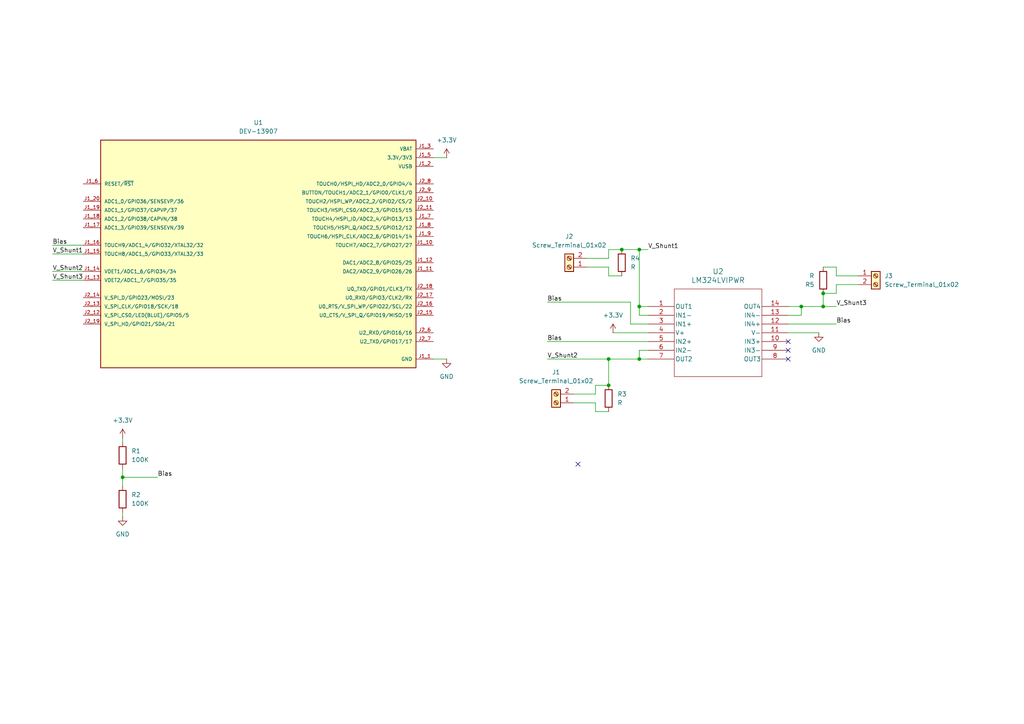
<source format=kicad_sch>
(kicad_sch (version 20250114) (generator "eeschema") (generator_version "9.0")
  (paper "A4")
  (lib_symbols
    (symbol "2025-11-18_02-52-05:LM324LVIPWR" (pin_names (offset 0.254))
      (property "Reference" "U" (at 20.32 10.16 0))
      (property "Value" "LM324LVIPWR" (at 20.32 7.62 0))
      (symbol "LM324LVIPWR_0_1"
        (polyline (pts (xy 7.62 5.08) (xy 7.62 -20.32)) (stroke (width 0.127)))
        (polyline (pts (xy 7.62 -20.32) (xy 33.02 -20.32)) (stroke (width 0.127)))
        (polyline (pts (xy 33.02 5.08) (xy 7.62 5.08)) (stroke (width 0.127)))
        (polyline (pts (xy 33.02 -20.32) (xy 33.02 5.08)) (stroke (width 0.127)))
        (pin output line (at 0 0 0) (length 7.62) (name "OUT1") (number "1"))
        (pin input line (at 0 -2.54 0) (length 7.62) (name "IN1-") (number "2"))
        (pin input line (at 0 -5.08 0) (length 7.62) (name "IN1+") (number "3"))
        (pin power_in line (at 0 -7.62 0) (length 7.62) (name "V+") (number "4"))
        (pin input line (at 0 -10.16 0) (length 7.62) (name "IN2+") (number "5"))
        (pin input line (at 0 -12.7 0) (length 7.62) (name "IN2-") (number "6"))
        (pin output line (at 0 -15.24 0) (length 7.62) (name "OUT2") (number "7"))
        (pin output line (at 40.64 0 180) (length 7.62) (name "OUT4") (number "14"))
        (pin input line (at 40.64 -2.54 180) (length 7.62) (name "IN4-") (number "13"))
        (pin input line (at 40.64 -5.08 180) (length 7.62) (name "IN4+") (number "12"))
        (pin power_in line (at 40.64 -7.62 180) (length 7.62) (name "V-") (number "11"))
        (pin input line (at 40.64 -10.16 180) (length 7.62) (name "IN3+") (number "10"))
        (pin input line (at 40.64 -12.7 180) (length 7.62) (name "IN3-") (number "9"))
        (pin output line (at 40.64 -15.24 180) (length 7.62) (name "OUT3") (number "8"))
      )
    )
    (symbol "Connector:Screw_Terminal_01x02" (pin_names (offset 1.016) (hide yes))
      (property "Reference" "J" (at 0 2.54 0))
      (property "Value" "Screw_Terminal_01x02" (at 0 -5.08 0))
      (symbol "Screw_Terminal_01x02_1_1"
        (rectangle (start -1.27 1.27) (end 1.27 -3.81) (stroke (width 0.254)) (fill (type background)))
        (polyline (pts (xy -0.5334 0.3302) (xy 0.3302 -0.508)) (stroke (width 0.1524)))
        (polyline (pts (xy -0.5334 -2.2098) (xy 0.3302 -3.048)) (stroke (width 0.1524)))
        (polyline (pts (xy -0.3556 0.508) (xy 0.508 -0.3302)) (stroke (width 0.1524)))
        (polyline (pts (xy -0.3556 -2.032) (xy 0.508 -2.8702)) (stroke (width 0.1524)))
        (circle (center 0 0) (radius 0.635) (stroke (width 0.1524)))
        (circle (center 0 -2.54) (radius 0.635) (stroke (width 0.1524)))
        (pin passive line (at -5.08 0 0) (length 3.81) (name "Pin_1") (number "1"))
        (pin passive line (at -5.08 -2.54 0) (length 3.81) (name "Pin_2") (number "2"))
      )
    )
    (symbol "DEV-13907:DEV-13907" (pin_names (offset 1.016))
      (property "Reference" "U" (at -45.72 33.782 0))
      (property "Value" "DEV-13907" (at -45.72 -35.56 0))
      (symbol "DEV-13907_0_0"
        (rectangle (start -45.72 -33.02) (end 45.72 33.02) (stroke (width 0.254)) (fill (type background)))
        (pin input line (at -50.8 20.32 0) (length 5.08) (name "RESET/~{RST}") (number "J1_6"))
        (pin bidirectional line (at -50.8 15.24 0) (length 5.08) (name "ADC1_0/GPIO36/SENSEVP/36") (number "J1_20"))
        (pin bidirectional line (at -50.8 12.7 0) (length 5.08) (name "ADC1_1/GPIO37/CAPVP/37") (number "J1_19"))
        (pin bidirectional line (at -50.8 10.16 0) (length 5.08) (name "ADC1_2/GPIO38/CAPVN/38") (number "J1_18"))
        (pin bidirectional line (at -50.8 7.62 0) (length 5.08) (name "ADC1_3/GPIO39/SENSEVN/39") (number "J1_17"))
        (pin bidirectional line (at -50.8 2.54 0) (length 5.08) (name "TOUCH9/ADC1_4/GPIO32/XTAL32/32") (number "J1_16"))
        (pin bidirectional line (at -50.8 0 0) (length 5.08) (name "TOUCH8/ADC1_5/GPIO33/XTAL32/33") (number "J1_15"))
        (pin bidirectional line (at -50.8 -5.08 0) (length 5.08) (name "VDET1/ADC1_6/GPIO34/34") (number "J1_14"))
        (pin bidirectional line (at -50.8 -7.62 0) (length 5.08) (name "VDET2/ADC1_7/GPIO35/35") (number "J1_13"))
        (pin bidirectional line (at -50.8 -12.7 0) (length 5.08) (name "V_SPI_D/GPIO23/MOSI/23") (number "J2_14"))
        (pin bidirectional line (at -50.8 -15.24 0) (length 5.08) (name "V_SPI_CLK/GPIO18/SCK/18") (number "J2_13"))
        (pin bidirectional line (at -50.8 -17.78 0) (length 5.08) (name "V_SPI_CS0/LED(BLUE)/GPIO5/5") (number "J2_12"))
        (pin bidirectional line (at -50.8 -20.32 0) (length 5.08) (name "V_SPI_HD/GPIO21/SDA/21") (number "J2_19"))
        (pin power_in line (at 50.8 30.48 180) (length 5.08) (name "VBAT") (number "J1_3"))
        (pin power_in line (at 50.8 30.48 180) (length 5.08) (hide yes) (name "VBAT") (number "J2_3"))
        (pin power_in line (at 50.8 27.94 180) (length 5.08) (name "3.3V/3V3") (number "J1_5"))
        (pin power_in line (at 50.8 27.94 180) (length 5.08) (hide yes) (name "3.3V/3V3") (number "J2_5"))
        (pin power_in line (at 50.8 25.4 180) (length 5.08) (name "VUSB") (number "J1_2"))
        (pin power_in line (at 50.8 25.4 180) (length 5.08) (hide yes) (name "VUSB") (number "J2_2"))
        (pin bidirectional line (at 50.8 20.32 180) (length 5.08) (name "TOUCH0/HSPI_HD/ADC2_0/GPIO4/4") (number "J2_8"))
        (pin bidirectional line (at 50.8 17.78 180) (length 5.08) (name "BUTTON/TOUCH1/ADC2_1/GPIO0/CLK1/0") (number "J2_9"))
        (pin bidirectional line (at 50.8 15.24 180) (length 5.08) (name "TOUCH2/HSPI_WP/ADC2_2/GPIO2/CS/2") (number "J2_10"))
        (pin bidirectional line (at 50.8 12.7 180) (length 5.08) (name "TOUCH3/HSPI_CS0/ADC2_3/GPIO15/15") (number "J2_11"))
        (pin bidirectional line (at 50.8 10.16 180) (length 5.08) (name "TOUCH4/HSPI_ID/ADC2_4/GPIO13/13") (number "J1_7"))
        (pin bidirectional line (at 50.8 7.62 180) (length 5.08) (name "TOUCH5/HSPI_Q/ADC2_5/GPIO12/12") (number "J1_8"))
        (pin bidirectional line (at 50.8 5.08 180) (length 5.08) (name "TOUCH6/HSPI_CLK/ADC2_6/GPIO14/14") (number "J1_9"))
        (pin bidirectional line (at 50.8 2.54 180) (length 5.08) (name "TOUCH7/ADC2_7/GPIO27/27") (number "J1_10"))
        (pin bidirectional line (at 50.8 -2.54 180) (length 5.08) (name "DAC1/ADC2_8/GPIO25/25") (number "J1_12"))
        (pin bidirectional line (at 50.8 -5.08 180) (length 5.08) (name "DAC2/ADC2_9/GPIO26/26") (number "J1_11"))
        (pin bidirectional line (at 50.8 -10.16 180) (length 5.08) (name "U0_TXD/GPIO1/CLK3/TX") (number "J2_18"))
        (pin bidirectional line (at 50.8 -12.7 180) (length 5.08) (name "U0_RXD/GPIO3/CLK2/RX") (number "J2_17"))
        (pin bidirectional line (at 50.8 -15.24 180) (length 5.08) (name "U0_RTS/V_SPI_WP/GPIO22/SCL/22") (number "J2_16"))
        (pin bidirectional line (at 50.8 -17.78 180) (length 5.08) (name "U0_CTS/V_SPI_Q/GPIO19/MISO/19") (number "J2_15"))
        (pin bidirectional line (at 50.8 -22.86 180) (length 5.08) (name "U2_RXD/GPIO16/16") (number "J2_6"))
        (pin bidirectional line (at 50.8 -25.4 180) (length 5.08) (name "U2_TXD/GPIO17/17") (number "J2_7"))
        (pin power_in line (at 50.8 -30.48 180) (length 5.08) (name "GND") (number "J1_1"))
        (pin power_in line (at 50.8 -30.48 180) (length 5.08) (hide yes) (name "GND") (number "J1_4"))
        (pin power_in line (at 50.8 -30.48 180) (length 5.08) (hide yes) (name "GND") (number "J2_1"))
        (pin power_in line (at 50.8 -30.48 180) (length 5.08) (hide yes) (name "GND") (number "J2_20"))
        (pin power_in line (at 50.8 -30.48 180) (length 5.08) (hide yes) (name "GND") (number "J2_4"))
      )
    )
    (symbol "Device:R" (pin_numbers (hide yes)) (pin_names (offset 0))
      (property "Reference" "R" (at 2.032 0 90))
      (property "Value" "R" (at 0 0 90))
      (symbol "R_0_1"
        (rectangle (start -1.016 -2.54) (end 1.016 2.54) (stroke (width 0.254)))
      )
      (symbol "R_1_1"
        (pin passive line (at 0 3.81 270) (length 1.27) (name "~") (number "1"))
        (pin passive line (at 0 -3.81 90) (length 1.27) (name "~") (number "2"))
      )
    )
    (symbol "power:+3.3V" (power) (pin_numbers (hide yes)) (pin_names (offset 0) (hide yes))
      (property "Value" "+3.3V" (at 0 3.556 0))
      (symbol "+3.3V_0_1"
        (polyline (pts (xy -0.762 1.27) (xy 0 2.54)))
        (polyline (pts (xy 0 2.54) (xy 0.762 1.27)))
        (polyline (pts (xy 0 0) (xy 0 2.54)))
      )
      (symbol "+3.3V_1_1"
        (pin power_in line (at 0 0 90) (length 0) (name "~") (number "1"))
      )
    )
    (symbol "power:GND" (power) (pin_numbers (hide yes)) (pin_names (offset 0) (hide yes))
      (property "Value" "GND" (at 0 -3.81 0))
      (symbol "GND_0_1"
        (polyline (pts (xy 0 0) (xy 0 -1.27) (xy 1.27 -1.27) (xy 0 -2.54) (xy -1.27 -1.27) (xy 0 -1.27)))
      )
      (symbol "GND_1_1"
        (pin power_in line (at 0 0 270) (length 0) (name "~") (number "1"))
      )
    )
  )
  (junction (at 35.56 138.43))
  (junction (at 176.53 104.14))
  (junction (at 238.76 85.09))
  (junction (at 180.34 72.39))
  (junction (at 185.42 72.39))
  (junction (at 185.42 104.14))
  (junction (at 232.41 88.9))
  (junction (at 238.76 88.9))
  (junction (at 176.53 111.76))
  (junction (at 185.42 88.9))
  (no_connect (at 228.6 101.6))
  (no_connect (at 167.64 134.62))
  (no_connect (at 228.6 99.06))
  (no_connect (at 228.6 104.14))
  (wire (pts (xy 125.73 45.72) (xy 129.54 45.72)))
  (wire (pts (xy 182.88 87.63) (xy 182.88 93.98)))
  (wire (pts (xy 176.53 77.47) (xy 176.53 80.01)))
  (wire (pts (xy 125.73 104.14) (xy 129.54 104.14)))
  (wire (pts (xy 15.24 78.74) (xy 24.13 78.74)))
  (wire (pts (xy 185.42 101.6) (xy 185.42 104.14)))
  (wire (pts (xy 185.42 104.14) (xy 187.96 104.14)))
  (wire (pts (xy 177.8 96.52) (xy 187.96 96.52)))
  (wire (pts (xy 158.75 87.63) (xy 182.88 87.63)))
  (wire (pts (xy 35.56 138.43) (xy 35.56 135.89)))
  (wire (pts (xy 15.24 71.12) (xy 24.13 71.12)))
  (wire (pts (xy 176.53 72.39) (xy 180.34 72.39)))
  (wire (pts (xy 228.6 91.44) (xy 232.41 91.44)))
  (wire (pts (xy 185.42 88.9) (xy 185.42 72.39)))
  (wire (pts (xy 35.56 128.27) (xy 35.56 127)))
  (wire (pts (xy 187.96 101.6) (xy 185.42 101.6)))
  (wire (pts (xy 238.76 88.9) (xy 242.57 88.9)))
  (wire (pts (xy 228.6 96.52) (xy 237.49 96.52)))
  (wire (pts (xy 24.13 81.28) (xy 15.24 81.28)))
  (wire (pts (xy 187.96 93.98) (xy 182.88 93.98)))
  (wire (pts (xy 242.57 82.55) (xy 242.57 85.09)))
  (wire (pts (xy 158.75 99.06) (xy 187.96 99.06)))
  (wire (pts (xy 35.56 140.97) (xy 35.56 138.43)))
  (wire (pts (xy 166.37 116.84) (xy 172.72 116.84)))
  (wire (pts (xy 172.72 116.84) (xy 172.72 119.38)))
  (wire (pts (xy 185.42 91.44) (xy 185.42 88.9)))
  (wire (pts (xy 248.92 82.55) (xy 242.57 82.55)))
  (wire (pts (xy 242.57 93.98) (xy 228.6 93.98)))
  (wire (pts (xy 242.57 80.01) (xy 242.57 77.47)))
  (wire (pts (xy 187.96 91.44) (xy 185.42 91.44)))
  (wire (pts (xy 172.72 114.3) (xy 172.72 111.76)))
  (wire (pts (xy 35.56 138.43) (xy 45.72 138.43)))
  (wire (pts (xy 187.96 72.39) (xy 185.42 72.39)))
  (wire (pts (xy 185.42 88.9) (xy 187.96 88.9)))
  (wire (pts (xy 170.18 77.47) (xy 176.53 77.47)))
  (wire (pts (xy 176.53 74.93) (xy 176.53 72.39)))
  (wire (pts (xy 176.53 119.38) (xy 172.72 119.38)))
  (wire (pts (xy 238.76 77.47) (xy 242.57 77.47)))
  (wire (pts (xy 35.56 149.86) (xy 35.56 148.59)))
  (wire (pts (xy 248.92 80.01) (xy 242.57 80.01)))
  (wire (pts (xy 24.13 73.66) (xy 15.24 73.66)))
  (wire (pts (xy 180.34 80.01) (xy 176.53 80.01)))
  (wire (pts (xy 166.37 114.3) (xy 172.72 114.3)))
  (wire (pts (xy 232.41 88.9) (xy 228.6 88.9)))
  (wire (pts (xy 185.42 104.14) (xy 176.53 104.14)))
  (wire (pts (xy 158.75 104.14) (xy 176.53 104.14)))
  (wire (pts (xy 232.41 88.9) (xy 238.76 88.9)))
  (wire (pts (xy 172.72 111.76) (xy 176.53 111.76)))
  (wire (pts (xy 232.41 91.44) (xy 232.41 88.9)))
  (wire (pts (xy 242.57 85.09) (xy 238.76 85.09)))
  (wire (pts (xy 238.76 85.09) (xy 238.76 88.9)))
  (wire (pts (xy 176.53 104.14) (xy 176.53 111.76)))
  (wire (pts (xy 185.42 72.39) (xy 180.34 72.39)))
  (wire (pts (xy 170.18 74.93) (xy 176.53 74.93)))
  (label "Bias" (at 15.24 71.12 0))
  (label "Bias" (at 158.75 99.06 0))
  (label "V_Shunt2" (at 158.75 104.14 0))
  (label "V_Shunt2" (at 15.24 78.74 0))
  (label "V_Shunt1" (at 15.24 73.66 0))
  (label "V_Shunt3" (at 15.24 81.28 0))
  (label "V_Shunt1" (at 187.96 72.39 0))
  (label "Bias" (at 242.57 93.98 0))
  (label "Bias" (at 158.75 87.63 0))
  (label "Bias" (at 45.72 138.43 0))
  (label "V_Shunt3" (at 242.57 88.9 0))
  (symbol (lib_id "power:GND") (at 237.49 96.52 0) (unit 1)
    (property "Reference" "#PWR06" (effects (hide yes)))
    (property "Value" "GND" (at 237.49 101.6 0))
    (property "Description" "Power symbol creates a global label with name \"GND\" , ground" (effects (hide yes)))
  )
  (symbol (lib_id "power:GND") (at 35.56 149.86 0) (unit 1)
    (property "Reference" "#PWR02" (effects (hide yes)))
    (property "Value" "GND" (at 35.56 154.94 0))
    (property "Description" "Power symbol creates a global label with name \"GND\" , ground" (effects (hide yes)))
  )
  (symbol (lib_id "Device:R") (at 238.76 81.28 180) (unit 1)
    (property "Reference" "R5" (at 236.22 82.5501 0) (effects (justify left)))
    (property "Value" "R" (at 236.22 80.0101 0) (effects (justify left)))
    (property "Footprint" "Resistor_THT:R_Axial_DIN0207_L6.3mm_D2.5mm_P10.16mm_Horizontal" (effects (hide yes)))
    (property "Description" "Resistor" (effects (hide yes)))
  )
  (symbol (lib_id "power:GND") (at 129.54 104.14 0) (unit 1)
    (property "Reference" "#PWR04" (effects (hide yes)))
    (property "Value" "GND" (at 129.54 109.22 0))
    (property "Description" "Power symbol creates a global label with name \"GND\" , ground" (effects (hide yes)))
  )
  (symbol (lib_id "Connector:Screw_Terminal_01x02") (at 161.29 116.84 180) (unit 1)
    (property "Reference" "J1" (at 161.29 107.95 0))
    (property "Value" "Screw_Terminal_01x02" (at 161.29 110.49 0))
    (property "Footprint" "Connector:OST_OSTTE020104" (effects (hide yes)))
    (property "Description" "Generic screw terminal, single row, 01x02, script generated (kicad-library-utils/schlib/autogen/connector/)" (effects (hide yes)))
  )
  (symbol (lib_id "Device:R") (at 176.53 115.57 0) (unit 1)
    (property "Reference" "R3" (at 179.07 114.2999 0) (effects (justify left)))
    (property "Value" "R" (at 179.07 116.8399 0) (effects (justify left)))
    (property "Footprint" "Resistor_THT:R_Axial_DIN0207_L6.3mm_D2.5mm_P10.16mm_Horizontal" (effects (hide yes)))
    (property "Description" "Resistor" (effects (hide yes)))
  )
  (symbol (lib_id "power:+3.3V") (at 35.56 127 0) (unit 1)
    (property "Reference" "#PWR01" (effects (hide yes)))
    (property "Value" "+3.3V" (at 35.56 121.92 0))
    (property "Description" "Power symbol creates a global label with name \"+3.3V\"" (effects (hide yes)))
  )
  (symbol (lib_id "Connector:Screw_Terminal_01x02") (at 165.1 77.47 180) (unit 1)
    (property "Reference" "J2" (at 165.1 68.58 0))
    (property "Value" "Screw_Terminal_01x02" (at 165.1 71.12 0))
    (property "Footprint" "Connector:OST_OSTTE020104" (effects (hide yes)))
    (property "Description" "Generic screw terminal, single row, 01x02, script generated (kicad-library-utils/schlib/autogen/connector/)" (effects (hide yes)))
  )
  (symbol (lib_id "2025-11-18_02-52-05:LM324LVIPWR") (at 187.96 88.9 0) (unit 1)
    (property "Reference" "U2" (at 208.28 78.74 0) (effects (font (size 1.524 1.524))))
    (property "Value" "LM324LVIPWR" (at 208.28 81.28 0) (effects (font (size 1.524 1.524))))
    (property "Footprint" "Package_DFN_QFN:PW14_TEX-L" (effects (hide yes)))
    (property "Datasheet" "https://www.ti.com/lit/gpn/lm324lv" (effects (hide yes)))
  )
  (symbol (lib_id "power:+3.3V") (at 177.8 96.52 0) (unit 1)
    (property "Reference" "#PWR05" (effects (hide yes)))
    (property "Value" "+3.3V" (at 177.8 91.44 0))
    (property "Description" "Power symbol creates a global label with name \"+3.3V\"" (effects (hide yes)))
  )
  (symbol (lib_id "Device:R") (at 35.56 132.08 0) (unit 1)
    (property "Reference" "R1" (at 38.1 130.8099 0) (effects (justify left)))
    (property "Value" "100K" (at 38.1 133.3499 0) (effects (justify left)))
    (property "Footprint" "Resistor_SMD:R_0603_1608Metric" (effects (hide yes)))
    (property "Description" "Resistor" (effects (hide yes)))
  )
  (symbol (lib_id "power:+3.3V") (at 129.54 45.72 0) (unit 1)
    (property "Reference" "#PWR03" (effects (hide yes)))
    (property "Value" "+3.3V" (at 129.54 40.64 0))
    (property "Description" "Power symbol creates a global label with name \"+3.3V\"" (effects (hide yes)))
  )
  (symbol (lib_id "Device:R") (at 35.56 144.78 0) (unit 1)
    (property "Reference" "R2" (at 38.1 143.5099 0) (effects (justify left)))
    (property "Value" "100K" (at 38.1 146.0499 0) (effects (justify left)))
    (property "Footprint" "Resistor_SMD:R_0603_1608Metric" (effects (hide yes)))
    (property "Description" "Resistor" (effects (hide yes)))
  )
  (symbol (lib_id "Connector:Screw_Terminal_01x02") (at 254 80.01 0) (unit 1)
    (property "Reference" "J3" (at 256.54 80.0099 0) (effects (justify left)))
    (property "Value" "Screw_Terminal_01x02" (at 256.54 82.5499 0) (effects (justify left)))
    (property "Footprint" "Connector:OST_OSTTE020104" (effects (hide yes)))
    (property "Description" "Generic screw terminal, single row, 01x02, script generated (kicad-library-utils/schlib/autogen/connector/)" (effects (hide yes)))
  )
  (symbol (lib_id "Device:R") (at 180.34 76.2 0) (unit 1)
    (property "Reference" "R4" (at 182.88 74.9299 0) (effects (justify left)))
    (property "Value" "R" (at 182.88 77.4699 0) (effects (justify left)))
    (property "Footprint" "Resistor_THT:R_Axial_DIN0207_L6.3mm_D2.5mm_P10.16mm_Horizontal" (effects (hide yes)))
    (property "Description" "Resistor" (effects (hide yes)))
  )
  (symbol (lib_id "DEV-13907:DEV-13907") (at 74.93 73.66 0) (unit 1)
    (property "Reference" "U1" (at 74.93 35.56 0))
    (property "Value" "DEV-13907" (at 74.93 38.1 0))
    (property "Footprint" "Symbol:MODULE_DEV-13907" (effects (hide yes)))
    (property "MF" "SparkFun" (effects (hide yes)))
    (property "MAXIMUM_PACKAGE_HEIGHT" "1.90mm" (effects (hide yes)))
    (property "Package" "None" (effects (hide yes)))
    (property "Price" "None" (effects (hide yes)))
    (property "Check_prices" "https://www.snapeda.com/parts/DEV-13907/SparkFun/view-part/?ref=eda" (effects (hide yes)))
    (property "STANDARD" "Manufacturer Recommendations" (effects (hide yes)))
    (property "PARTREV" "V10" (effects (hide yes)))
    (property "SnapEDA_Link" "https://www.snapeda.com/parts/DEV-13907/SparkFun/view-part/?ref=snap" (effects (hide yes)))
    (property "MP" "DEV-13907" (effects (hide yes)))
    (property "Description_1" "ESP32 - Transceiver; 802.11 b/g/n (Wi-Fi, WiFi, WLAN), Bluetooth® Smart Ready 4.x Dual Mode Evaluation Board" (effects (hide yes)))
    (property "MANUFACTURER" "SparkFun" (effects (hide yes)))
    (property "Availability" "In Stock" (effects (hide yes)))
    (property "SNAPEDA_PN" "DEV-13907" (effects (hide yes)))
  )
)
</source>
